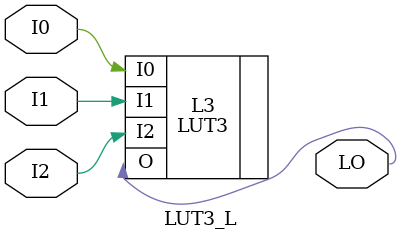
<source format=v>

`timescale  1 ps / 1 ps


module LUT3_L (LO, I0, I1, I2);

    parameter [7:0] INIT = 8'h00;

    input I0, I1, I2;

    output LO;
    
    wire LO;

    LUT3 #(.INIT(INIT)) L3 (.O(LO), .I0(I0), .I1(I1), .I2(I2));

endmodule



</source>
